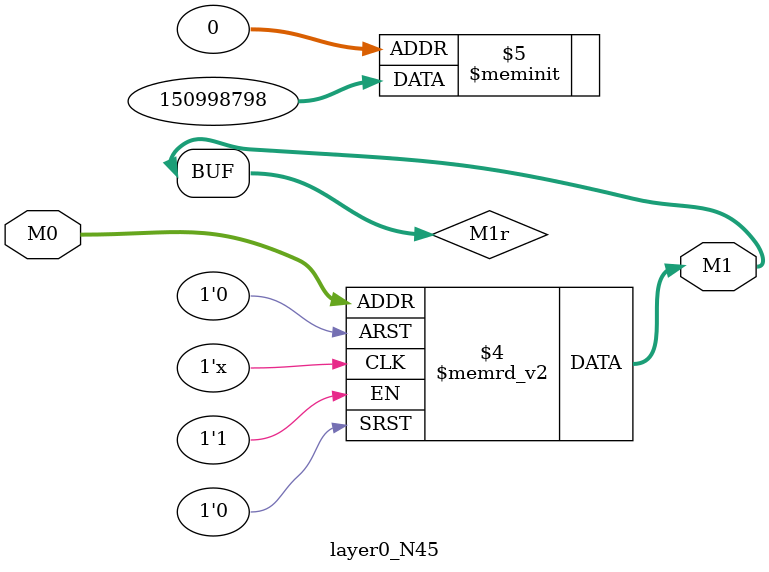
<source format=v>
module layer0_N45 ( input [3:0] M0, output [1:0] M1 );

	(*rom_style = "distributed" *) reg [1:0] M1r;
	assign M1 = M1r;
	always @ (M0) begin
		case (M0)
			4'b0000: M1r = 2'b10;
			4'b1000: M1r = 2'b00;
			4'b0100: M1r = 2'b11;
			4'b1100: M1r = 2'b01;
			4'b0010: M1r = 2'b00;
			4'b1010: M1r = 2'b00;
			4'b0110: M1r = 2'b00;
			4'b1110: M1r = 2'b00;
			4'b0001: M1r = 2'b11;
			4'b1001: M1r = 2'b00;
			4'b0101: M1r = 2'b11;
			4'b1101: M1r = 2'b10;
			4'b0011: M1r = 2'b00;
			4'b1011: M1r = 2'b00;
			4'b0111: M1r = 2'b00;
			4'b1111: M1r = 2'b00;

		endcase
	end
endmodule

</source>
